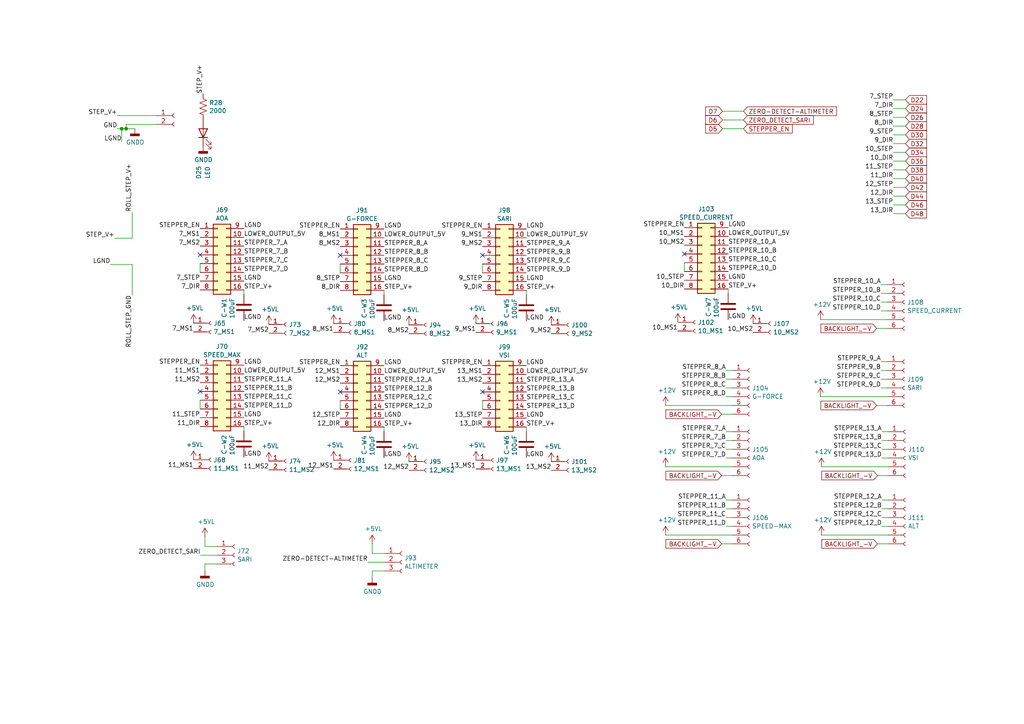
<source format=kicad_sch>
(kicad_sch (version 20231120) (generator "eeschema") (generator_version "8.0")
  (paper "A4")
  (lib_symbols
    (symbol "Conn_02x08_Top_Bottom_1" (pin_names (offset 1.016) hide)
      (property "Reference" "J" (at 1.27 10.16 0))
      (property "Value" "Conn_02x08_Top_Bottom_1" (at 1.27 -12.7 0))
      (symbol "Conn_02x08_Top_Bottom_1_1_1"
        (rectangle (start -1.27 -10.033) (end 0 -10.287) (stroke (width 0.1524)))
        (rectangle (start -1.27 -7.493) (end 0 -7.747) (stroke (width 0.1524)))
        (rectangle (start -1.27 -4.953) (end 0 -5.207) (stroke (width 0.1524)))
        (rectangle (start -1.27 -2.413) (end 0 -2.667) (stroke (width 0.1524)))
        (rectangle (start -1.27 0.127) (end 0 -0.127) (stroke (width 0.1524)))
        (rectangle (start -1.27 2.667) (end 0 2.413) (stroke (width 0.1524)))
        (rectangle (start -1.27 5.207) (end 0 4.953) (stroke (width 0.1524)))
        (rectangle (start -1.27 7.747) (end 0 7.493) (stroke (width 0.1524)))
        (rectangle (start -1.27 8.89) (end 3.81 -11.43) (stroke (width 0.254)) (fill (type background)))
        (rectangle (start 3.81 -10.033) (end 2.54 -10.287) (stroke (width 0.1524)))
        (rectangle (start 3.81 -7.493) (end 2.54 -7.747) (stroke (width 0.1524)))
        (rectangle (start 3.81 -4.953) (end 2.54 -5.207) (stroke (width 0.1524)))
        (rectangle (start 3.81 -2.413) (end 2.54 -2.667) (stroke (width 0.1524)))
        (rectangle (start 3.81 0.127) (end 2.54 -0.127) (stroke (width 0.1524)))
        (rectangle (start 3.81 2.667) (end 2.54 2.413) (stroke (width 0.1524)))
        (rectangle (start 3.81 5.207) (end 2.54 4.953) (stroke (width 0.1524)))
        (rectangle (start 3.81 7.747) (end 2.54 7.493) (stroke (width 0.1524)))
        (pin passive line (at -5.08 7.62 0) (length 3.81) (name "Pin_1") (number "1"))
        (pin passive line (at 7.62 5.08 180) (length 3.81) (name "Pin_10") (number "10"))
        (pin passive line (at 7.62 2.54 180) (length 3.81) (name "Pin_11") (number "11"))
        (pin passive line (at 7.62 0 180) (length 3.81) (name "Pin_12") (number "12"))
        (pin passive line (at 7.62 -2.54 180) (length 3.81) (name "Pin_13") (number "13"))
        (pin passive line (at 7.62 -5.08 180) (length 3.81) (name "Pin_14") (number "14"))
        (pin passive line (at 7.62 -7.62 180) (length 3.81) (name "Pin_15") (number "15"))
        (pin passive line (at 7.62 -10.16 180) (length 3.81) (name "Pin_16") (number "16"))
        (pin passive line (at -5.08 5.08 0) (length 3.81) (name "Pin_2") (number "2"))
        (pin passive line (at -5.08 2.54 0) (length 3.81) (name "Pin_3") (number "3"))
        (pin passive line (at -5.08 0 0) (length 3.81) (name "Pin_4") (number "4"))
        (pin passive line (at -5.08 -2.54 0) (length 3.81) (name "Pin_5") (number "5"))
        (pin passive line (at -5.08 -5.08 0) (length 3.81) (name "Pin_6") (number "6"))
        (pin passive line (at -5.08 -7.62 0) (length 3.81) (name "Pin_7") (number "7"))
        (pin passive line (at -5.08 -10.16 0) (length 3.81) (name "Pin_8") (number "8"))
        (pin passive line (at 7.62 7.62 180) (length 3.81) (name "Pin_9") (number "9"))
      )
    )
    (symbol "Connector:Conn_01x02_Female" (pin_names (offset 1.016) hide)
      (property "Reference" "J" (at 0 2.54 0))
      (property "Value" "Conn_01x02_Female" (at 0 -5.08 0))
      (symbol "Conn_01x02_Female_1_1"
        (arc (start 0 -2.032) (mid -0.5058 -2.54) (end 0 -3.048) (stroke (width 0.1524)))
        (polyline (pts (xy -1.27 -2.54) (xy -0.508 -2.54)) (stroke (width 0.1524)))
        (polyline (pts (xy -1.27 0) (xy -0.508 0)) (stroke (width 0.1524)))
        (arc (start 0 0.508) (mid -0.5058 0) (end 0 -0.508) (stroke (width 0.1524)))
        (pin passive line (at -5.08 0 0) (length 3.81) (name "Pin_1") (number "1"))
        (pin passive line (at -5.08 -2.54 0) (length 3.81) (name "Pin_2") (number "2"))
      )
    )
    (symbol "Connector:Conn_01x02_Socket" (pin_names (offset 1.016) hide)
      (property "Reference" "J" (at 0 2.54 0))
      (property "Value" "Conn_01x02_Socket" (at 0 -5.08 0))
      (symbol "Conn_01x02_Socket_1_1"
        (arc (start 0 -2.032) (mid -0.5058 -2.54) (end 0 -3.048) (stroke (width 0.1524)))
        (polyline (pts (xy -1.27 -2.54) (xy -0.508 -2.54)) (stroke (width 0.1524)))
        (polyline (pts (xy -1.27 0) (xy -0.508 0)) (stroke (width 0.1524)))
        (arc (start 0 0.508) (mid -0.5058 0) (end 0 -0.508) (stroke (width 0.1524)))
        (pin passive line (at -5.08 0 0) (length 3.81) (name "Pin_1") (number "1"))
        (pin passive line (at -5.08 -2.54 0) (length 3.81) (name "Pin_2") (number "2"))
      )
    )
    (symbol "Connector:Conn_01x03_Socket" (pin_names (offset 1.016) hide)
      (property "Reference" "J" (at 0 5.08 0))
      (property "Value" "Conn_01x03_Socket" (at 0 -5.08 0))
      (symbol "Conn_01x03_Socket_1_1"
        (arc (start 0 -2.032) (mid -0.5058 -2.54) (end 0 -3.048) (stroke (width 0.1524)))
        (polyline (pts (xy -1.27 -2.54) (xy -0.508 -2.54)) (stroke (width 0.1524)))
        (polyline (pts (xy -1.27 0) (xy -0.508 0)) (stroke (width 0.1524)))
        (polyline (pts (xy -1.27 2.54) (xy -0.508 2.54)) (stroke (width 0.1524)))
        (arc (start 0 0.508) (mid -0.5058 0) (end 0 -0.508) (stroke (width 0.1524)))
        (arc (start 0 3.048) (mid -0.5058 2.54) (end 0 2.032) (stroke (width 0.1524)))
        (pin passive line (at -5.08 2.54 0) (length 3.81) (name "Pin_1") (number "1"))
        (pin passive line (at -5.08 0 0) (length 3.81) (name "Pin_2") (number "2"))
        (pin passive line (at -5.08 -2.54 0) (length 3.81) (name "Pin_3") (number "3"))
      )
    )
    (symbol "Connector:Conn_01x06_Socket" (pin_names (offset 1.016) hide)
      (property "Reference" "J" (at 0 7.62 0))
      (property "Value" "Conn_01x06_Socket" (at 0 -10.16 0))
      (symbol "Conn_01x06_Socket_1_1"
        (arc (start 0 -7.112) (mid -0.5058 -7.62) (end 0 -8.128) (stroke (width 0.1524)))
        (arc (start 0 -4.572) (mid -0.5058 -5.08) (end 0 -5.588) (stroke (width 0.1524)))
        (arc (start 0 -2.032) (mid -0.5058 -2.54) (end 0 -3.048) (stroke (width 0.1524)))
        (polyline (pts (xy -1.27 -7.62) (xy -0.508 -7.62)) (stroke (width 0.1524)))
        (polyline (pts (xy -1.27 -5.08) (xy -0.508 -5.08)) (stroke (width 0.1524)))
        (polyline (pts (xy -1.27 -2.54) (xy -0.508 -2.54)) (stroke (width 0.1524)))
        (polyline (pts (xy -1.27 0) (xy -0.508 0)) (stroke (width 0.1524)))
        (polyline (pts (xy -1.27 2.54) (xy -0.508 2.54)) (stroke (width 0.1524)))
        (polyline (pts (xy -1.27 5.08) (xy -0.508 5.08)) (stroke (width 0.1524)))
        (arc (start 0 0.508) (mid -0.5058 0) (end 0 -0.508) (stroke (width 0.1524)))
        (arc (start 0 3.048) (mid -0.5058 2.54) (end 0 2.032) (stroke (width 0.1524)))
        (arc (start 0 5.588) (mid -0.5058 5.08) (end 0 4.572) (stroke (width 0.1524)))
        (pin passive line (at -5.08 5.08 0) (length 3.81) (name "Pin_1") (number "1"))
        (pin passive line (at -5.08 2.54 0) (length 3.81) (name "Pin_2") (number "2"))
        (pin passive line (at -5.08 0 0) (length 3.81) (name "Pin_3") (number "3"))
        (pin passive line (at -5.08 -2.54 0) (length 3.81) (name "Pin_4") (number "4"))
        (pin passive line (at -5.08 -5.08 0) (length 3.81) (name "Pin_5") (number "5"))
        (pin passive line (at -5.08 -7.62 0) (length 3.81) (name "Pin_6") (number "6"))
      )
    )
    (symbol "Device:C" (pin_numbers hide) (pin_names (offset 0.254))
      (property "Reference" "C" (at 0.635 2.54 0))
      (property "Value" "C" (at 0.635 -2.54 0))
      (symbol "C_0_1"
        (polyline (pts (xy -2.032 -0.762) (xy 2.032 -0.762)) (stroke (width 0.508)))
        (polyline (pts (xy -2.032 0.762) (xy 2.032 0.762)) (stroke (width 0.508)))
      )
      (symbol "C_1_1"
        (pin passive line (at 0 3.81 270) (length 2.794) (name "~") (number "1"))
        (pin passive line (at 0 -3.81 90) (length 2.794) (name "~") (number "2"))
      )
    )
    (symbol "Device:LED" (pin_numbers hide) (pin_names (offset 1.016) hide)
      (property "Reference" "D" (at 0 2.54 0))
      (property "Value" "LED" (at 0 -2.54 0))
      (symbol "LED_0_1"
        (polyline (pts (xy -1.27 -1.27) (xy -1.27 1.27)) (stroke (width 0.254)))
        (polyline (pts (xy -1.27 0) (xy 1.27 0)))
        (polyline (pts (xy 1.27 -1.27) (xy 1.27 1.27) (xy -1.27 0) (xy 1.27 -1.27)) (stroke (width 0.254)))
        (polyline (pts (xy -3.048 -0.762) (xy -4.572 -2.286) (xy -3.81 -2.286) (xy -4.572 -2.286) (xy -4.572 -1.524)))
        (polyline (pts (xy -1.778 -0.762) (xy -3.302 -2.286) (xy -2.54 -2.286) (xy -3.302 -2.286) (xy -3.302 -1.524)))
      )
      (symbol "LED_1_1"
        (pin passive line (at -3.81 0 0) (length 2.54) (name "K") (number "1"))
        (pin passive line (at 3.81 0 180) (length 2.54) (name "A") (number "2"))
      )
    )
    (symbol "Device:R_US" (pin_numbers hide) (pin_names (offset 0))
      (property "Reference" "R" (at 2.54 0 90))
      (property "Value" "R_US" (at -2.54 0 90))
      (symbol "R_US_0_1"
        (polyline (pts (xy 0 -2.286) (xy 0 -2.54)))
        (polyline (pts (xy 0 2.286) (xy 0 2.54)))
        (polyline (pts (xy 0 -0.762) (xy 1.016 -1.143) (xy 0 -1.524) (xy -1.016 -1.905) (xy 0 -2.286)))
        (polyline (pts (xy 0 0.762) (xy 1.016 0.381) (xy 0 0) (xy -1.016 -0.381) (xy 0 -0.762)))
        (polyline (pts (xy 0 2.286) (xy 1.016 1.905) (xy 0 1.524) (xy -1.016 1.143) (xy 0 0.762)))
      )
      (symbol "R_US_1_1"
        (pin passive line (at 0 3.81 270) (length 1.27) (name "~") (number "1"))
        (pin passive line (at 0 -3.81 90) (length 1.27) (name "~") (number "2"))
      )
    )
    (symbol "power:+12V" (power) (pin_names (offset 0))
      (property "Value" "+12V" (at 0 3.556 0))
      (symbol "+12V_0_1"
        (polyline (pts (xy -0.762 1.27) (xy 0 2.54)))
        (polyline (pts (xy 0 0) (xy 0 2.54)))
        (polyline (pts (xy 0 2.54) (xy 0.762 1.27)))
      )
      (symbol "+12V_1_1"
        (pin power_in line (at 0 0 90) (length 0) hide (name "+12V") (number "1"))
      )
    )
    (symbol "power:+5VL" (power) (pin_names (offset 0))
      (property "Value" "+5VL" (at 0 3.556 0))
      (symbol "+5VL_0_1"
        (polyline (pts (xy -0.762 1.27) (xy 0 2.54)))
        (polyline (pts (xy 0 0) (xy 0 2.54)))
        (polyline (pts (xy 0 2.54) (xy 0.762 1.27)))
      )
      (symbol "+5VL_1_1"
        (pin power_in line (at 0 0 90) (length 0) hide (name "+5VL") (number "1"))
      )
    )
    (symbol "power:GNDD" (power) (pin_names (offset 0))
      (property "Value" "GNDD" (at 0 -3.175 0))
      (symbol "GNDD_0_1"
        (rectangle (start -1.27 -1.524) (end 1.27 -2.032) (stroke (width 0.254)) (fill (type outline)))
        (polyline (pts (xy 0 0) (xy 0 -1.524)))
      )
      (symbol "GNDD_1_1"
        (pin power_in line (at 0 0 270) (length 0) hide (name "GNDD") (number "1"))
      )
    )
  )
  (junction (at 36.576 37.338))
  (junction (at 35.306 37.338))
  (no_connect (at 98.679 74.041))
  (no_connect (at 198.501 73.66))
  (no_connect (at 98.679 113.665))
  (no_connect (at 58.039 113.538))
  (no_connect (at 139.954 113.665))
  (no_connect (at 58.039 73.914))
  (no_connect (at 139.954 74.041))
  (wire (pts (xy 259.08 61.976) (xy 262.636 61.976)))
  (wire (pts (xy 259.08 46.736) (xy 262.636 46.736)))
  (wire (pts (xy 255.524 90.17) (xy 257.302 90.17)))
  (wire (pts (xy 255.778 150.114) (xy 257.556 150.114)))
  (wire (pts (xy 259.08 39.116) (xy 262.636 39.116)))
  (wire (pts (xy 255.778 125.222) (xy 257.556 125.222)))
  (wire (pts (xy 139.954 116.205) (xy 139.954 118.745)))
  (wire (pts (xy 70.739 123.698) (xy 70.739 124.968)))
  (wire (pts (xy 70.739 84.074) (xy 70.739 85.344)))
  (wire (pts (xy 209.296 157.734) (xy 212.344 157.734)))
  (wire (pts (xy 45.466 36.068) (xy 36.576 36.068)))
  (wire (pts (xy 210.566 152.654) (xy 212.344 152.654)))
  (wire (pts (xy 98.679 76.581) (xy 98.679 79.121)))
  (wire (pts (xy 255.778 127.762) (xy 257.556 127.762)))
  (wire (pts (xy 211.201 83.82) (xy 211.201 85.09)))
  (wire (pts (xy 210.566 115.062) (xy 212.344 115.062)))
  (wire (pts (xy 255.778 145.034) (xy 257.556 145.034)))
  (wire (pts (xy 259.08 54.356) (xy 262.636 54.356)))
  (wire (pts (xy 255.524 85.09) (xy 257.302 85.09)))
  (wire (pts (xy 259.08 36.576) (xy 262.636 36.576)))
  (wire (pts (xy 209.296 120.142) (xy 212.344 120.142)))
  (wire (pts (xy 209.55 34.798) (xy 215.646 34.798)))
  (wire (pts (xy 33.274 69.088) (xy 38.354 69.088)))
  (wire (pts (xy 259.08 28.956) (xy 262.636 28.956)))
  (wire (pts (xy 259.08 31.496) (xy 262.636 31.496)))
  (wire (pts (xy 34.036 37.338) (xy 35.306 37.338)))
  (wire (pts (xy 238.252 155.194) (xy 257.556 155.194)))
  (wire (pts (xy 255.778 132.842) (xy 257.556 132.842)))
  (wire (pts (xy 255.524 104.902) (xy 257.302 104.902)))
  (wire (pts (xy 107.95 157.734) (xy 107.95 160.528)))
  (wire (pts (xy 59.436 158.496) (xy 62.992 158.496)))
  (wire (pts (xy 259.08 34.036) (xy 262.636 34.036)))
  (wire (pts (xy 255.778 147.574) (xy 257.556 147.574)))
  (wire (pts (xy 210.566 150.114) (xy 212.344 150.114)))
  (wire (pts (xy 255.778 130.302) (xy 257.556 130.302)))
  (wire (pts (xy 237.998 92.71) (xy 257.302 92.71)))
  (wire (pts (xy 36.576 37.338) (xy 39.116 37.338)))
  (wire (pts (xy 38.354 85.598) (xy 38.354 76.708)))
  (wire (pts (xy 198.501 76.2) (xy 198.501 78.74)))
  (wire (pts (xy 259.08 49.276) (xy 262.636 49.276)))
  (wire (pts (xy 255.524 112.522) (xy 257.302 112.522)))
  (wire (pts (xy 111.379 123.825) (xy 111.379 125.095)))
  (wire (pts (xy 38.354 61.468) (xy 38.354 69.088)))
  (wire (pts (xy 209.296 137.922) (xy 212.344 137.922)))
  (wire (pts (xy 58.039 116.078) (xy 58.039 118.618)))
  (wire (pts (xy 210.566 145.034) (xy 212.344 145.034)))
  (wire (pts (xy 259.08 44.196) (xy 262.636 44.196)))
  (wire (pts (xy 139.954 76.581) (xy 139.954 79.121)))
  (wire (pts (xy 36.576 36.068) (xy 36.576 37.338)))
  (wire (pts (xy 254.508 157.734) (xy 257.556 157.734)))
  (wire (pts (xy 254.508 137.922) (xy 257.556 137.922)))
  (wire (pts (xy 98.679 116.205) (xy 98.679 118.745)))
  (wire (pts (xy 107.95 160.528) (xy 111.506 160.528)))
  (wire (pts (xy 193.04 135.382) (xy 212.344 135.382)))
  (wire (pts (xy 209.55 32.258) (xy 215.646 32.258)))
  (wire (pts (xy 210.566 127.762) (xy 212.344 127.762)))
  (wire (pts (xy 34.036 33.528) (xy 45.466 33.528)))
  (wire (pts (xy 58.166 161.036) (xy 62.992 161.036)))
  (wire (pts (xy 210.566 125.222) (xy 212.344 125.222)))
  (wire (pts (xy 259.08 59.436) (xy 262.636 59.436)))
  (wire (pts (xy 209.55 37.338) (xy 215.646 37.338)))
  (wire (pts (xy 210.566 112.522) (xy 212.344 112.522)))
  (wire (pts (xy 254.254 95.25) (xy 257.302 95.25)))
  (wire (pts (xy 210.566 132.842) (xy 212.344 132.842)))
  (wire (pts (xy 255.524 82.55) (xy 257.302 82.55)))
  (wire (pts (xy 32.004 76.708) (xy 38.354 76.708)))
  (wire (pts (xy 35.306 37.338) (xy 36.576 37.338)))
  (wire (pts (xy 111.506 165.608) (xy 107.95 165.608)))
  (wire (pts (xy 255.524 87.63) (xy 257.302 87.63)))
  (wire (pts (xy 152.654 123.825) (xy 152.654 125.095)))
  (wire (pts (xy 237.998 115.062) (xy 257.302 115.062)))
  (wire (pts (xy 193.04 155.194) (xy 212.344 155.194)))
  (wire (pts (xy 210.566 107.442) (xy 212.344 107.442)))
  (wire (pts (xy 238.252 135.382) (xy 257.556 135.382)))
  (wire (pts (xy 210.566 130.302) (xy 212.344 130.302)))
  (wire (pts (xy 106.68 163.068) (xy 111.506 163.068)))
  (wire (pts (xy 259.08 51.816) (xy 262.636 51.816)))
  (wire (pts (xy 193.04 117.602) (xy 212.344 117.602)))
  (wire (pts (xy 58.039 76.454) (xy 58.039 78.994)))
  (wire (pts (xy 255.524 107.442) (xy 257.302 107.442)))
  (wire (pts (xy 62.992 163.576) (xy 59.436 163.576)))
  (wire (pts (xy 59.436 155.702) (xy 59.436 158.496)))
  (wire (pts (xy 254.254 117.602) (xy 257.302 117.602)))
  (wire (pts (xy 210.566 109.982) (xy 212.344 109.982)))
  (wire (pts (xy 255.524 109.982) (xy 257.302 109.982)))
  (wire (pts (xy 59.436 163.576) (xy 59.436 165.608)))
  (wire (pts (xy 255.778 152.654) (xy 257.556 152.654)))
  (wire (pts (xy 152.654 84.201) (xy 152.654 85.471)))
  (wire (pts (xy 35.306 37.338) (xy 35.306 41.148)))
  (wire (pts (xy 111.379 84.201) (xy 111.379 85.471)))
  (wire (pts (xy 107.95 165.608) (xy 107.95 167.64)))
  (wire (pts (xy 259.08 56.896) (xy 262.636 56.896)))
  (wire (pts (xy 210.566 147.574) (xy 212.344 147.574)))
  (wire (pts (xy 259.08 41.656) (xy 262.636 41.656)))
  (label "STEPPER_12_B" (at 255.778 147.574 180))
  (label "11_MS1" (at 56.134 135.89 180))
  (label "STEPPER_11_B" (at 70.739 113.538 0))
  (label "STEPPER_9_C" (at 152.654 76.581 0))
  (label "11_STEP" (at 58.039 121.158 180))
  (label "9_DIR" (at 139.954 84.201 180))
  (label "12_MS2" (at 98.679 111.125 180))
  (label "7_STEP" (at 58.039 81.534 180))
  (label "STEPPER_9_C" (at 255.524 109.982 180))
  (label "STEPPER_10_C" (at 255.524 87.63 180))
  (label "12_STEP" (at 259.08 54.356 180))
  (label "13_MS2" (at 159.893 136.398 180))
  (label "9_MS2" (at 159.893 96.774 180))
  (label "7_MS1" (at 56.134 96.266 180))
  (label "12_DIR" (at 98.679 123.825 180))
  (label "STEPPER_8_D" (at 210.566 115.062 180))
  (label "7_DIR" (at 259.08 31.496 180))
  (label "ROLL_STEP_GND" (at 38.354 85.598 270))
  (label "STEPPER_8_D" (at 111.379 79.121 0))
  (label "LOWER_OUTPUT_5V" (at 111.379 68.961 0))
  (label "10_MS1" (at 196.596 96.012 180))
  (label "STEPPER_13_B" (at 255.778 127.762 180))
  (label "STEP_V+" (at 33.274 69.088 180))
  (label "STEPPER_8_C" (at 210.566 112.522 180))
  (label "LGND" (at 111.379 66.421 0))
  (label "STEPPER_8_A" (at 111.379 71.501 0))
  (label "STEP_V+" (at 111.379 84.201 0))
  (label "STEPPER_8_A" (at 210.566 107.442 180))
  (label "STEPPER_13_C" (at 152.654 116.205 0))
  (label "STEPPER_EN" (at 198.501 66.04 180))
  (label "STEPPER_12_B" (at 111.379 113.665 0))
  (label "STEPPER_8_C" (at 111.379 76.581 0))
  (label "LGND" (at 111.379 121.285 0))
  (label "STEPPER_7_D" (at 210.566 132.842 180))
  (label "STEPPER_11_D" (at 210.566 152.654 180))
  (label "STEPPER_10_C" (at 211.201 76.2 0))
  (label "7_MS1" (at 58.039 68.834 180))
  (label "13_STEP" (at 259.08 59.436 180))
  (label "STEPPER_12_C" (at 255.778 150.114 180))
  (label "STEPPER_12_A" (at 111.379 111.125 0))
  (label "STEPPER_9_A" (at 255.524 104.902 180))
  (label "STEPPER_10_B" (at 255.524 85.09 180))
  (label "LGND" (at 35.306 41.148 180))
  (label "STEPPER_7_A" (at 210.566 125.222 180))
  (label "10_MS1" (at 198.501 68.58 180))
  (label "LOWER_OUTPUT_5V" (at 152.654 68.961 0))
  (label "9_MS1" (at 138.049 96.393 180))
  (label "STEP_V+" (at 152.654 84.201 0))
  (label "STEP_V+" (at 152.654 123.825 0))
  (label "10_STEP" (at 198.501 81.28 180))
  (label "STEPPER_EN" (at 139.954 106.045 180))
  (label "STEPPER_9_D" (at 152.654 79.121 0))
  (label "7_MS2" (at 58.039 71.374 180))
  (label "STEPPER_10_A" (at 211.201 71.12 0))
  (label "STEP_V+" (at 58.928 27.178 90))
  (label "12_MS1" (at 96.774 136.017 180))
  (label "STEPPER_11_A" (at 210.566 145.034 180))
  (label "8_MS1" (at 98.679 68.961 180))
  (label "LGND" (at 211.201 81.28 0))
  (label "11_DIR" (at 259.08 51.816 180))
  (label "7_DIR" (at 58.039 84.074 180))
  (label "STEPPER_11_B" (at 210.566 147.574 180))
  (label "LOWER_OUTPUT_5V" (at 70.739 108.458 0))
  (label "9_MS1" (at 139.954 68.961 180))
  (label "13_MS1" (at 138.049 136.017 180))
  (label "STEPPER_13_C" (at 255.778 130.302 180))
  (label "9_STEP" (at 259.08 39.116 180))
  (label "12_MS1" (at 98.679 108.585 180))
  (label "LOWER_OUTPUT_5V" (at 211.201 68.58 0))
  (label "13_DIR" (at 139.954 123.825 180))
  (label "9_DIR" (at 259.08 41.656 180))
  (label "STEP_V+" (at 211.201 83.82 0))
  (label "11_DIR" (at 58.039 123.698 180))
  (label "GND" (at 34.036 37.338 180))
  (label "STEPPER_8_B" (at 111.379 74.041 0))
  (label "STEPPER_12_D" (at 255.778 152.654 180))
  (label "LGND" (at 70.739 105.918 0))
  (label "STEPPER_7_A" (at 70.739 71.374 0))
  (label "7_MS2" (at 77.978 96.647 180))
  (label "LOWER_OUTPUT_5V" (at 111.379 108.585 0))
  (label "8_MS1" (at 96.774 96.393 180))
  (label "LGND" (at 211.201 66.04 0))
  (label "LGND" (at 152.654 66.421 0))
  (label "STEPPER_13_D" (at 255.778 132.842 180))
  (label "LGND" (at 111.379 106.045 0))
  (label "STEPPER_13_D" (at 152.654 118.745 0))
  (label "8_DIR" (at 98.679 84.201 180))
  (label "LGND" (at 152.654 121.285 0))
  (label "STEPPER_9_B" (at 152.654 74.041 0))
  (label "STEPPER_12_C" (at 111.379 116.205 0))
  (label "LGND" (at 70.739 132.588 0))
  (label "13_STEP" (at 139.954 121.285 180))
  (label "LGND" (at 70.739 81.534 0))
  (label "STEPPER_EN" (at 98.679 66.421 180))
  (label "LOWER_OUTPUT_5V" (at 70.739 68.834 0))
  (label "STEPPER_7_D" (at 70.739 78.994 0))
  (label "STEPPER_13_A" (at 152.654 111.125 0))
  (label "10_MS2" (at 198.501 71.12 180))
  (label "STEP_V+" (at 70.739 123.698 0))
  (label "13_DIR" (at 259.08 61.976 180))
  (label "10_DIR" (at 259.08 46.736 180))
  (label "STEPPER_EN" (at 139.954 66.421 180))
  (label "LGND" (at 211.201 92.71 0))
  (label "LGND" (at 111.379 132.715 0))
  (label "8_STEP" (at 98.679 81.661 180))
  (label "ZERO-DETECT-ALTIMETER" (at 106.68 163.068 180))
  (label "STEPPER_9_B" (at 255.524 107.442 180))
  (label "STEPPER_11_D" (at 70.739 118.618 0))
  (label "LGND" (at 152.654 106.045 0))
  (label "STEPPER_10_A" (at 255.524 82.55 180))
  (label "11_MS2" (at 77.978 136.271 180))
  (label "7_STEP" (at 259.08 28.956 180))
  (label "LGND" (at 111.379 93.091 0))
  (label "9_MS2" (at 139.954 71.501 180))
  (label "LGND" (at 111.379 81.661 0))
  (label "STEPPER_11_C" (at 70.739 116.078 0))
  (label "STEPPER_13_B" (at 152.654 113.665 0))
  (label "12_STEP" (at 98.679 121.285 180))
  (label "STEPPER_10_D" (at 255.524 90.17 180))
  (label "LGND" (at 70.739 66.294 0))
  (label "STEPPER_13_A" (at 255.778 125.222 180))
  (label "LOWER_OUTPUT_5V" (at 152.654 108.585 0))
  (label "STEPPER_EN" (at 98.679 106.045 180))
  (label "STEPPER_EN" (at 58.039 105.918 180))
  (label "11_STEP" (at 259.08 49.276 180))
  (label "9_STEP" (at 139.954 81.661 180))
  (label "10_MS2" (at 218.44 96.393 180))
  (label "12_MS2" (at 118.618 136.398 180))
  (label "STEPPER_10_D" (at 211.201 78.74 0))
  (label "STEPPER_9_D" (at 255.524 112.522 180))
  (label "8_MS2" (at 98.679 71.501 180))
  (label "13_MS2" (at 139.954 111.125 180))
  (label "ROLL_STEP_V+" (at 38.354 61.468 90))
  (label "STEPPER_11_C" (at 210.566 150.114 180))
  (label "STEP_V+" (at 70.739 84.074 0))
  (label "LGND" (at 32.004 76.708 180))
  (label "STEPPER_7_B" (at 70.739 73.914 0))
  (label "STEPPER_8_B" (at 210.566 109.982 180))
  (label "8_DIR" (at 259.08 36.576 180))
  (label "STEPPER_9_A" (at 152.654 71.501 0))
  (label "LGND" (at 152.654 132.715 0))
  (label "LGND" (at 70.739 121.158 0))
  (label "8_MS2" (at 118.618 96.774 180))
  (label "STEPPER_7_C" (at 70.739 76.454 0))
  (label "STEPPER_EN" (at 58.039 66.294 180))
  (label "8_STEP" (at 259.08 34.036 180))
  (label "10_STEP" (at 259.08 44.196 180))
  (label "STEP_V+" (at 111.379 123.825 0))
  (label "10_DIR" (at 198.501 83.82 180))
  (label "LGND" (at 70.739 92.964 0))
  (label "ZERO_DETECT_SARI" (at 58.166 161.036 180))
  (label "STEPPER_7_B" (at 210.566 127.762 180))
  (label "STEPPER_11_A" (at 70.739 110.998 0))
  (label "13_MS1" (at 139.954 108.585 180))
  (label "LGND" (at 152.654 93.091 0))
  (label "12_DIR" (at 259.08 56.896 180))
  (label "11_MS2" (at 58.039 110.998 180))
  (label "STEP_V+" (at 34.036 33.528 180))
  (label "STEPPER_12_A" (at 255.778 145.034 180))
  (label "STEPPER_12_D" (at 111.379 118.745 0))
  (label "11_MS1" (at 58.039 108.458 180))
  (label "STEPPER_10_B" (at 211.201 73.66 0))
  (label "LGND" (at 152.654 81.661 0))
  (label "STEPPER_7_C" (at 210.566 130.302 180))
  (global_label "D32" (shape input) (at 262.636 41.656 0) (property "Intersheetrefs" "${INTERSHEET_REFS}" (effects (hide yes))))
  (global_label "BACKLIGHT_-V" (shape input) (at 254.508 137.922 180) (property "Intersheetrefs" "${INTERSHEET_REFS}" (effects (hide yes))))
  (global_label "D7" (shape input) (at 209.55 32.258 180) (property "Intersheetrefs" "${INTERSHEET_REFS}" (effects (hide yes))))
  (global_label "ZERO_DETECT_SARI" (shape input) (at 215.646 34.798 0) (property "Intersheetrefs" "${INTERSHEET_REFS}" (effects (hide yes))))
  (global_label "STEPPER_EN" (shape input) (at 215.646 37.338 0) (property "Intersheetrefs" "${INTERSHEET_REFS}" (effects (hide yes))))
  (global_label "D46" (shape input) (at 262.636 59.436 0) (property "Intersheetrefs" "${INTERSHEET_REFS}" (effects (hide yes))))
  (global_label "D48" (shape input) (at 262.636 61.976 0) (property "Intersheetrefs" "${INTERSHEET_REFS}" (effects (hide yes))))
  (global_label "BACKLIGHT_-V" (shape input) (at 254.254 117.602 180) (property "Intersheetrefs" "${INTERSHEET_REFS}" (effects (hide yes))))
  (global_label "D26" (shape input) (at 262.636 34.036 0) (property "Intersheetrefs" "${INTERSHEET_REFS}" (effects (hide yes))))
  (global_label "D40" (shape input) (at 262.636 51.816 0) (property "Intersheetrefs" "${INTERSHEET_REFS}" (effects (hide yes))))
  (global_label "D36" (shape input) (at 262.636 46.736 0) (property "Intersheetrefs" "${INTERSHEET_REFS}" (effects (hide yes))))
  (global_label "BACKLIGHT_-V" (shape input) (at 254.254 95.25 180) (property "Intersheetrefs" "${INTERSHEET_REFS}" (effects (hide yes))))
  (global_label "D38" (shape input) (at 262.636 49.276 0) (property "Intersheetrefs" "${INTERSHEET_REFS}" (effects (hide yes))))
  (global_label "D5" (shape input) (at 209.55 37.338 180) (property "Intersheetrefs" "${INTERSHEET_REFS}" (effects (hide yes))))
  (global_label "BACKLIGHT_-V" (shape input) (at 209.296 137.922 180) (property "Intersheetrefs" "${INTERSHEET_REFS}" (effects (hide yes))))
  (global_label "D24" (shape input) (at 262.636 31.496 0) (property "Intersheetrefs" "${INTERSHEET_REFS}" (effects (hide yes))))
  (global_label "D22" (shape input) (at 262.636 28.956 0) (property "Intersheetrefs" "${INTERSHEET_REFS}" (effects (hide yes))))
  (global_label "BACKLIGHT_-V" (shape input) (at 209.296 120.142 180) (property "Intersheetrefs" "${INTERSHEET_REFS}" (effects (hide yes))))
  (global_label "BACKLIGHT_-V" (shape input) (at 254.508 157.734 180) (property "Intersheetrefs" "${INTERSHEET_REFS}" (effects (hide yes))))
  (global_label "ZERO-DETECT-ALTIMETER" (shape input) (at 215.646 32.258 0) (property "Intersheetrefs" "${INTERSHEET_REFS}" (effects (hide yes))))
  (global_label "D6" (shape input) (at 209.55 34.798 180) (property "Intersheetrefs" "${INTERSHEET_REFS}" (effects (hide yes))))
  (global_label "D30" (shape input) (at 262.636 39.116 0) (property "Intersheetrefs" "${INTERSHEET_REFS}" (effects (hide yes))))
  (global_label "BACKLIGHT_-V" (shape input) (at 209.296 157.734 180) (property "Intersheetrefs" "${INTERSHEET_REFS}" (effects (hide yes))))
  (global_label "D42" (shape input) (at 262.636 54.356 0) (property "Intersheetrefs" "${INTERSHEET_REFS}" (effects (hide yes))))
  (global_label "D28" (shape input) (at 262.636 36.576 0) (property "Intersheetrefs" "${INTERSHEET_REFS}" (effects (hide yes))))
  (global_label "D34" (shape input) (at 262.636 44.196 0) (property "Intersheetrefs" "${INTERSHEET_REFS}" (effects (hide yes))))
  (global_label "D44" (shape input) (at 262.636 56.896 0) (property "Intersheetrefs" "${INTERSHEET_REFS}" (effects (hide yes))))
  (symbol (lib_name "Conn_02x08_Top_Bottom_1") (lib_id "Connector_Generic:Conn_02x08_Top_Bottom") (at 63.119 73.914 0) (unit 1)
    (property "Reference" "J69" (at 64.389 60.8795 0))
    (property "Value" "AOA" (at 64.389 63.3038 0))
    (property "Footprint" "Module:Pololu_Breakout-16_15.2x20.3mm" (effects (hide yes)))
  )
  (symbol (lib_name "Conn_02x08_Top_Bottom_1") (lib_id "Connector_Generic:Conn_02x08_Top_Bottom") (at 63.119 113.538 0) (unit 1)
    (property "Reference" "J70" (at 64.389 100.5035 0))
    (property "Value" "SPEED_MAX" (at 64.389 102.9278 0))
    (property "Footprint" "Module:Pololu_Breakout-16_15.2x20.3mm" (effects (hide yes)))
  )
  (symbol (lib_id "power:+12V") (at 237.998 92.71 0) (unit 1)
    (property "Reference" "#PWR047" (effects (hide yes)))
    (property "Value" "+12V" (at 238.379 88.3158 0))
  )
  (symbol (lib_name "Conn_02x08_Top_Bottom_1") (lib_id "Connector_Generic:Conn_02x08_Top_Bottom") (at 145.034 74.041 0) (unit 1)
    (property "Reference" "J98" (at 146.304 61.0065 0))
    (property "Value" "SARI" (at 146.304 63.4308 0))
    (property "Footprint" "Module:Pololu_Breakout-16_15.2x20.3mm" (effects (hide yes)))
  )
  (symbol (lib_name "Conn_02x08_Top_Bottom_1") (lib_id "Connector_Generic:Conn_02x08_Top_Bottom") (at 103.759 74.041 0) (unit 1)
    (property "Reference" "J91" (at 105.029 61.0065 0))
    (property "Value" "G-FORCE" (at 105.029 63.4308 0))
    (property "Footprint" "Module:Pololu_Breakout-16_15.2x20.3mm" (effects (hide yes)))
  )
  (symbol (lib_id "Device:C") (at 70.739 89.154 0) (unit 1)
    (property "Reference" "C-W1" (at 65.024 92.202 90) (effects (justify left)))
    (property "Value" "100uF" (at 67.31 92.456 90) (effects (justify left)))
    (property "Footprint" "Capacitor_THT:C_Radial_D8.0mm_H7.0mm_P3.50mm" (effects (hide yes)))
  )
  (symbol (lib_id "Device:LED") (at 58.928 38.608 90) (unit 1)
    (property "Reference" "D25" (at 57.658 50.038 0))
    (property "Value" "LED" (at 60.198 50.038 0))
    (property "Footprint" "LED_THT:LED_D3.0mm" (effects (hide yes)))
  )
  (symbol (lib_id "Connector:Conn_01x06_Socket") (at 262.636 130.302 0) (unit 1)
    (property "Reference" "J110" (at 263.3472 130.3598 0) (effects (justify left)))
    (property "Value" "VSI" (at 263.3472 132.7841 0) (effects (justify left)))
    (property "Footprint" "Connector_Molex:Molex_KK-254_AE-6410-06A_1x06_P2.54mm_Vertical" (effects (hide yes)))
    (property "Description" "Generic connector, single row, 01x06, script generated" (effects (hide yes)))
  )
  (symbol (lib_id "power:GNDD") (at 59.436 165.608 0) (unit 1)
    (property "Reference" "#PWR016" (effects (hide yes)))
    (property "Value" "GNDD" (at 59.5376 169.545 0))
  )
  (symbol (lib_id "power:+12V") (at 193.04 155.194 0) (unit 1)
    (property "Reference" "#PWR044" (effects (hide yes)))
    (property "Value" "+12V" (at 193.421 150.7998 0))
  )
  (symbol (lib_id "power:GNDD") (at 39.116 37.338 0) (unit 1)
    (property "Reference" "#PWR05" (effects (hide yes)))
    (property "Value" "GNDD" (at 39.2176 41.275 0))
  )
  (symbol (lib_name "Conn_02x08_Top_Bottom_1") (lib_id "Connector_Generic:Conn_02x08_Top_Bottom") (at 145.034 113.665 0) (unit 1)
    (property "Reference" "J99" (at 146.304 100.6305 0))
    (property "Value" "VSI" (at 146.304 103.0548 0))
    (property "Footprint" "Module:Pololu_Breakout-16_15.2x20.3mm" (effects (hide yes)))
  )
  (symbol (lib_id "power:+5VL") (at 59.436 155.702 0) (unit 1)
    (property "Reference" "#PWR013" (effects (hide yes)))
    (property "Value" "+5VL" (at 59.817 151.3078 0))
  )
  (symbol (lib_id "Device:R_US") (at 58.928 30.988 0) (unit 1)
    (property "Reference" "R28" (at 60.6552 29.8196 0) (effects (justify left)))
    (property "Value" "2000" (at 60.6552 32.131 0) (effects (justify left)))
    (property "Footprint" "Resistor_THT:R_Axial_DIN0204_L3.6mm_D1.6mm_P2.54mm_Vertical" (effects (hide yes)))
  )
  (symbol (lib_id "Connector:Conn_01x02_Socket") (at 143.129 93.853 0) (unit 1)
    (property "Reference" "J96" (at 143.8402 93.9109 0) (effects (justify left)))
    (property "Value" "9_MS1" (at 143.8402 96.3351 0) (effects (justify left)))
    (property "Footprint" "Connector_PinHeader_2.54mm:PinHeader_1x02_P2.54mm_Vertical" (effects (hide yes)))
  )
  (symbol (lib_id "Connector:Conn_01x02_Socket") (at 101.854 133.477 0) (unit 1)
    (property "Reference" "J81" (at 102.5652 133.5349 0) (effects (justify left)))
    (property "Value" "12_MS1" (at 102.5652 135.9591 0) (effects (justify left)))
    (property "Footprint" "Connector_PinHeader_2.54mm:PinHeader_1x02_P2.54mm_Vertical" (effects (hide yes)))
  )
  (symbol (lib_id "Connector:Conn_01x03_Socket") (at 116.586 163.068 0) (unit 1)
    (property "Reference" "J93" (at 117.2972 161.8558 0) (effects (justify left)))
    (property "Value" "ALTIMETER" (at 117.2972 164.2801 0) (effects (justify left)))
    (property "Footprint" "Connector_Molex:Molex_KK-254_AE-6410-03A_1x03_P2.54mm_Vertical" (effects (hide yes)))
  )
  (symbol (lib_id "Connector:Conn_01x02_Socket") (at 223.52 93.853 0) (unit 1)
    (property "Reference" "J107" (at 224.2312 93.9109 0) (effects (justify left)))
    (property "Value" "10_MS2" (at 224.2312 96.3351 0) (effects (justify left)))
    (property "Footprint" "Connector_PinHeader_2.54mm:PinHeader_1x02_P2.54mm_Vertical" (effects (hide yes)))
  )
  (symbol (lib_id "Connector:Conn_01x02_Socket") (at 143.129 133.477 0) (unit 1)
    (property "Reference" "J97" (at 143.8402 133.5349 0) (effects (justify left)))
    (property "Value" "13_MS1" (at 143.8402 135.9591 0) (effects (justify left)))
    (property "Footprint" "Connector_PinHeader_2.54mm:PinHeader_1x02_P2.54mm_Vertical" (effects (hide yes)))
  )
  (symbol (lib_id "Connector:Conn_01x02_Socket") (at 123.698 133.858 0) (unit 1)
    (property "Reference" "J95" (at 124.4092 133.9159 0) (effects (justify left)))
    (property "Value" "12_MS2" (at 124.4092 136.3401 0) (effects (justify left)))
    (property "Footprint" "Connector_PinHeader_2.54mm:PinHeader_1x02_P2.54mm_Vertical" (effects (hide yes)))
  )
  (symbol (lib_id "power:+12V") (at 238.252 155.194 0) (unit 1)
    (property "Reference" "#PWR069" (effects (hide yes)))
    (property "Value" "+12V" (at 238.633 150.7998 0))
  )
  (symbol (lib_id "Device:C") (at 70.739 128.778 0) (unit 1)
    (property "Reference" "C-W2" (at 65.024 131.826 90) (effects (justify left)))
    (property "Value" "100uF" (at 67.31 132.08 90) (effects (justify left)))
    (property "Footprint" "Capacitor_THT:C_Radial_D8.0mm_H7.0mm_P3.50mm" (effects (hide yes)))
  )
  (symbol (lib_id "power:+5VL") (at 138.049 93.853 0) (unit 1)
    (property "Reference" "#PWR038" (effects (hide yes)))
    (property "Value" "+5VL" (at 138.43 89.4588 0))
  )
  (symbol (lib_id "Connector:Conn_01x06_Socket") (at 262.382 87.63 0) (unit 1)
    (property "Reference" "J108" (at 263.0932 87.6878 0) (effects (justify left)))
    (property "Value" "SPEED_CURRENT" (at 263.0932 90.1121 0) (effects (justify left)))
    (property "Footprint" "Connector_Molex:Molex_KK-254_AE-6410-06A_1x06_P2.54mm_Vertical" (effects (hide yes)))
    (property "Description" "Generic connector, single row, 01x06, script generated" (effects (hide yes)))
  )
  (symbol (lib_id "power:+12V") (at 238.252 135.382 0) (unit 1)
    (property "Reference" "#PWR068" (effects (hide yes)))
    (property "Value" "+12V" (at 238.633 130.9878 0))
  )
  (symbol (lib_id "Connector:Conn_01x02_Socket") (at 83.058 94.107 0) (unit 1)
    (property "Reference" "J73" (at 83.7692 94.1649 0) (effects (justify left)))
    (property "Value" "7_MS2" (at 83.7692 96.5891 0) (effects (justify left)))
    (property "Footprint" "Connector_PinHeader_2.54mm:PinHeader_1x02_P2.54mm_Vertical" (effects (hide yes)))
  )
  (symbol (lib_id "Device:C") (at 111.379 89.281 0) (unit 1)
    (property "Reference" "C-W3" (at 105.664 92.329 90) (effects (justify left)))
    (property "Value" "100uF" (at 107.95 92.583 90) (effects (justify left)))
    (property "Footprint" "Capacitor_THT:C_Radial_D8.0mm_H7.0mm_P3.50mm" (effects (hide yes)))
  )
  (symbol (lib_id "Device:C") (at 152.654 128.905 0) (unit 1)
    (property "Reference" "C-W6" (at 146.939 131.953 90) (effects (justify left)))
    (property "Value" "100uF" (at 149.225 132.207 90) (effects (justify left)))
    (property "Footprint" "Capacitor_THT:C_Radial_D8.0mm_H7.0mm_P3.50mm" (effects (hide yes)))
  )
  (symbol (lib_name "Conn_02x08_Top_Bottom_1") (lib_id "Connector_Generic:Conn_02x08_Top_Bottom") (at 203.581 73.66 0) (unit 1)
    (property "Reference" "J103" (at 204.851 60.6257 0))
    (property "Value" "SPEED_CURRENT" (at 204.851 63.0499 0))
    (property "Footprint" "Module:Pololu_Breakout-16_15.2x20.3mm" (effects (hide yes)))
  )
  (symbol (lib_id "Connector:Conn_01x03_Socket") (at 68.072 161.036 0) (unit 1)
    (property "Reference" "J72" (at 68.7832 159.8238 0) (effects (justify left)))
    (property "Value" "SARI" (at 68.7832 162.2481 0) (effects (justify left)))
    (property "Footprint" "Connector_Molex:Molex_KK-254_AE-6410-03A_1x03_P2.54mm_Vertical" (effects (hide yes)))
  )
  (symbol (lib_id "power:+5VL") (at 159.893 94.234 0) (unit 1)
    (property "Reference" "#PWR040" (effects (hide yes)))
    (property "Value" "+5VL" (at 160.274 89.8398 0))
  )
  (symbol (lib_id "power:+5VL") (at 107.95 157.734 0) (unit 1)
    (property "Reference" "#PWR034" (effects (hide yes)))
    (property "Value" "+5VL" (at 108.331 153.3398 0))
  )
  (symbol (lib_id "power:GNDD") (at 58.928 42.418 0) (unit 1)
    (property "Reference" "#PWR012" (effects (hide yes)))
    (property "Value" "GNDD" (at 59.0296 46.355 0))
  )
  (symbol (lib_id "Connector:Conn_01x02_Socket") (at 123.698 94.234 0) (unit 1)
    (property "Reference" "J94" (at 124.4092 94.2919 0) (effects (justify left)))
    (property "Value" "8_MS2" (at 124.4092 96.7161 0) (effects (justify left)))
    (property "Footprint" "Connector_PinHeader_2.54mm:PinHeader_1x02_P2.54mm_Vertical" (effects (hide yes)))
  )
  (symbol (lib_id "Connector:Conn_01x02_Socket") (at 164.973 133.858 0) (unit 1)
    (property "Reference" "J101" (at 165.6842 133.9159 0) (effects (justify left)))
    (property "Value" "13_MS2" (at 165.6842 136.3401 0) (effects (justify left)))
    (property "Footprint" "Connector_PinHeader_2.54mm:PinHeader_1x02_P2.54mm_Vertical" (effects (hide yes)))
  )
  (symbol (lib_name "Conn_02x08_Top_Bottom_1") (lib_id "Connector_Generic:Conn_02x08_Top_Bottom") (at 103.759 113.665 0) (unit 1)
    (property "Reference" "J92" (at 105.029 100.6305 0))
    (property "Value" "ALT" (at 105.029 103.0548 0))
    (property "Footprint" "Module:Pololu_Breakout-16_15.2x20.3mm" (effects (hide yes)))
  )
  (symbol (lib_id "Connector:Conn_01x06_Socket") (at 217.424 112.522 0) (unit 1)
    (property "Reference" "J104" (at 218.1352 112.5798 0) (effects (justify left)))
    (property "Value" "G-FORCE" (at 218.1352 115.0041 0) (effects (justify left)))
    (property "Footprint" "Connector_Molex:Molex_KK-254_AE-6410-06A_1x06_P2.54mm_Vertical" (effects (hide yes)))
    (property "Description" "Generic connector, single row, 01x06, script generated" (effects (hide yes)))
  )
  (symbol (lib_id "Connector:Conn_01x02_Socket") (at 164.973 94.234 0) (unit 1)
    (property "Reference" "J100" (at 165.6842 94.2919 0) (effects (justify left)))
    (property "Value" "9_MS2" (at 165.6842 96.7161 0) (effects (justify left)))
    (property "Footprint" "Connector_PinHeader_2.54mm:PinHeader_1x02_P2.54mm_Vertical" (effects (hide yes)))
  )
  (symbol (lib_id "Connector:Conn_01x06_Socket") (at 217.424 150.114 0) (unit 1)
    (property "Reference" "J106" (at 218.1352 150.1718 0) (effects (justify left)))
    (property "Value" "SPEED-MAX" (at 218.1352 152.5961 0) (effects (justify left)))
    (property "Footprint" "Connector_Molex:Molex_KK-254_AE-6410-06A_1x06_P2.54mm_Vertical" (effects (hide yes)))
    (property "Description" "Generic connector, single row, 01x06, script generated" (effects (hide yes)))
  )
  (symbol (lib_id "power:+5VL") (at 196.596 93.472 0) (unit 1)
    (property "Reference" "#PWR045" (effects (hide yes)))
    (property "Value" "+5VL" (at 196.977 89.0778 0))
  )
  (symbol (lib_id "power:+5VL") (at 159.893 133.858 0) (unit 1)
    (property "Reference" "#PWR041" (effects (hide yes)))
    (property "Value" "+5VL" (at 160.274 129.4638 0))
  )
  (symbol (lib_id "power:+5VL") (at 96.774 133.477 0) (unit 1)
    (property "Reference" "#PWR031" (effects (hide yes)))
    (property "Value" "+5VL" (at 97.155 129.0828 0))
  )
  (symbol (lib_id "Device:C") (at 152.654 89.281 0) (unit 1)
    (property "Reference" "C-W5" (at 146.939 92.329 90) (effects (justify left)))
    (property "Value" "100uF" (at 149.225 92.583 90) (effects (justify left)))
    (property "Footprint" "Capacitor_THT:C_Radial_D8.0mm_H7.0mm_P3.50mm" (effects (hide yes)))
  )
  (symbol (lib_id "power:+5VL") (at 96.774 93.853 0) (unit 1)
    (property "Reference" "#PWR027" (effects (hide yes)))
    (property "Value" "+5VL" (at 97.155 89.4588 0))
  )
  (symbol (lib_id "Connector:Conn_01x06_Socket") (at 262.382 109.982 0) (unit 1)
    (property "Reference" "J109" (at 263.0932 110.0398 0) (effects (justify left)))
    (property "Value" "SARI" (at 263.0932 112.4641 0) (effects (justify left)))
    (property "Footprint" "Connector_Molex:Molex_KK-254_AE-6410-06A_1x06_P2.54mm_Vertical" (effects (hide yes)))
    (property "Description" "Generic connector, single row, 01x06, script generated" (effects (hide yes)))
  )
  (symbol (lib_id "power:+5VL") (at 56.134 133.35 0) (unit 1)
    (property "Reference" "#PWR09" (effects (hide yes)))
    (property "Value" "+5VL" (at 56.515 128.9558 0))
  )
  (symbol (lib_id "Connector:Conn_01x06_Socket") (at 217.424 130.302 0) (unit 1)
    (property "Reference" "J105" (at 218.1352 130.3598 0) (effects (justify left)))
    (property "Value" "AOA" (at 218.1352 132.7841 0) (effects (justify left)))
    (property "Footprint" "Connector_Molex:Molex_KK-254_AE-6410-06A_1x06_P2.54mm_Vertical" (effects (hide yes)))
    (property "Description" "Generic connector, single row, 01x06, script generated" (effects (hide yes)))
  )
  (symbol (lib_id "power:GNDD") (at 107.95 167.64 0) (unit 1)
    (property "Reference" "#PWR035" (effects (hide yes)))
    (property "Value" "GNDD" (at 108.0516 171.577 0))
  )
  (symbol (lib_id "Connector:Conn_01x02_Socket") (at 101.854 93.853 0) (unit 1)
    (property "Reference" "J80" (at 102.5652 93.9109 0) (effects (justify left)))
    (property "Value" "8_MS1" (at 102.5652 96.3351 0) (effects (justify left)))
    (property "Footprint" "Connector_PinHeader_2.54mm:PinHeader_1x02_P2.54mm_Vertical" (effects (hide yes)))
  )
  (symbol (lib_id "power:+5VL") (at 77.978 133.731 0) (unit 1)
    (property "Reference" "#PWR025" (effects (hide yes)))
    (property "Value" "+5VL" (at 78.359 129.3368 0))
  )
  (symbol (lib_id "power:+5VL") (at 138.049 133.477 0) (unit 1)
    (property "Reference" "#PWR039" (effects (hide yes)))
    (property "Value" "+5VL" (at 138.43 129.0828 0))
  )
  (symbol (lib_id "Device:C") (at 211.201 88.9 0) (unit 1)
    (property "Reference" "C-W7" (at 205.486 91.948 90) (effects (justify left)))
    (property "Value" "100uF" (at 207.772 92.202 90) (effects (justify left)))
    (property "Footprint" "Capacitor_THT:C_Radial_D8.0mm_H7.0mm_P3.50mm" (effects (hide yes)))
  )
  (symbol (lib_id "Connector:Conn_01x02_Socket") (at 61.214 133.35 0) (unit 1)
    (property "Reference" "J68" (at 61.9252 133.4079 0) (effects (justify left)))
    (property "Value" "11_MS1" (at 61.9252 135.8321 0) (effects (justify left)))
    (property "Footprint" "Connector_PinHeader_2.54mm:PinHeader_1x02_P2.54mm_Vertical" (effects (hide yes)))
  )
  (symbol (lib_id "power:+12V") (at 193.04 135.382 0) (unit 1)
    (property "Reference" "#PWR043" (effects (hide yes)))
    (property "Value" "+12V" (at 193.421 130.9878 0))
  )
  (symbol (lib_id "Connector:Conn_01x06_Socket") (at 262.636 150.114 0) (unit 1)
    (property "Reference" "J111" (at 263.3472 150.1718 0) (effects (justify left)))
    (property "Value" "ALT" (at 263.3472 152.5961 0) (effects (justify left)))
    (property "Footprint" "Connector_Molex:Molex_KK-254_AE-6410-06A_1x06_P2.54mm_Vertical" (effects (hide yes)))
    (property "Description" "Generic connector, single row, 01x06, script generated" (effects (hide yes)))
  )
  (symbol (lib_id "Connector:Conn_01x02_Socket") (at 201.676 93.472 0) (unit 1)
    (property "Reference" "J102" (at 202.3872 93.5299 0) (effects (justify left)))
    (property "Value" "10_MS1" (at 202.3872 95.9541 0) (effects (justify left)))
    (property "Footprint" "Connector_PinHeader_2.54mm:PinHeader_1x02_P2.54mm_Vertical" (effects (hide yes)))
  )
  (symbol (lib_id "power:+12V") (at 237.998 115.062 0) (unit 1)
    (property "Reference" "#PWR048" (effects (hide yes)))
    (property "Value" "+12V" (at 238.379 110.6678 0))
  )
  (symbol (lib_id "Connector:Conn_01x02_Socket") (at 61.214 93.726 0) (unit 1)
    (property "Reference" "J65" (at 61.9252 93.7839 0) (effects (justify left)))
    (property "Value" "7_MS1" (at 61.9252 96.2081 0) (effects (justify left)))
    (property "Footprint" "Connector_PinHeader_2.54mm:PinHeader_1x02_P2.54mm_Vertical" (effects (hide yes)))
  )
  (symbol (lib_id "Connector:Conn_01x02_Female") (at 50.546 33.528 0) (unit 1)
    (property "Reference" "J54" (effects (hide yes)))
    (property "Value" "STEPPER IN 12-20VDC" (effects (hide yes)))
    (property "Footprint" "Connector_BarrelJack:BarrelJack_Horizontal" (effects (hide yes)))
  )
  (symbol (lib_id "power:+5VL") (at 118.618 133.858 0) (unit 1)
    (property "Reference" "#PWR037" (effects (hide yes)))
    (property "Value" "+5VL" (at 118.999 129.4638 0))
  )
  (symbol (lib_id "power:+5VL") (at 77.978 94.107 0) (unit 1)
    (property "Reference" "#PWR017" (effects (hide yes)))
    (property "Value" "+5VL" (at 78.359 89.7128 0))
  )
  (symbol (lib_id "power:+5VL") (at 56.134 93.726 0) (unit 1)
    (property "Reference" "#PWR08" (effects (hide yes)))
    (property "Value" "+5VL" (at 56.515 89.3318 0))
  )
  (symbol (lib_id "Connector:Conn_01x02_Socket") (at 83.058 133.731 0) (unit 1)
    (property "Reference" "J74" (at 83.7692 133.7889 0) (effects (justify left)))
    (property "Value" "11_MS2" (at 83.7692 136.2131 0) (effects (justify left)))
    (property "Footprint" "Connector_PinHeader_2.54mm:PinHeader_1x02_P2.54mm_Vertical" (effects (hide yes)))
  )
  (symbol (lib_id "power:+12V") (at 193.04 117.602 0) (unit 1)
    (property "Reference" "#PWR042" (effects (hide yes)))
    (property "Value" "+12V" (at 193.421 113.2078 0))
  )
  (symbol (lib_id "power:+5VL") (at 218.44 93.853 0) (unit 1)
    (property "Reference" "#PWR046" (effects (hide yes)))
    (property "Value" "+5VL" (at 218.821 89.4588 0))
  )
  (symbol (lib_id "power:+5VL") (at 118.618 94.234 0) (unit 1)
    (property "Reference" "#PWR036" (effects (hide yes)))
    (property "Value" "+5VL" (at 118.999 89.8398 0))
  )
  (symbol (lib_id "Device:C") (at 111.379 128.905 0) (unit 1)
    (property "Reference" "C-W4" (at 105.664 131.953 90) (effects (justify left)))
    (property "Value" "100uF" (at 107.95 132.207 90) (effects (justify left)))
    (property "Footprint" "Capacitor_THT:C_Radial_D8.0mm_H7.0mm_P3.50mm" (effects (hide yes)))
  )
)
</source>
